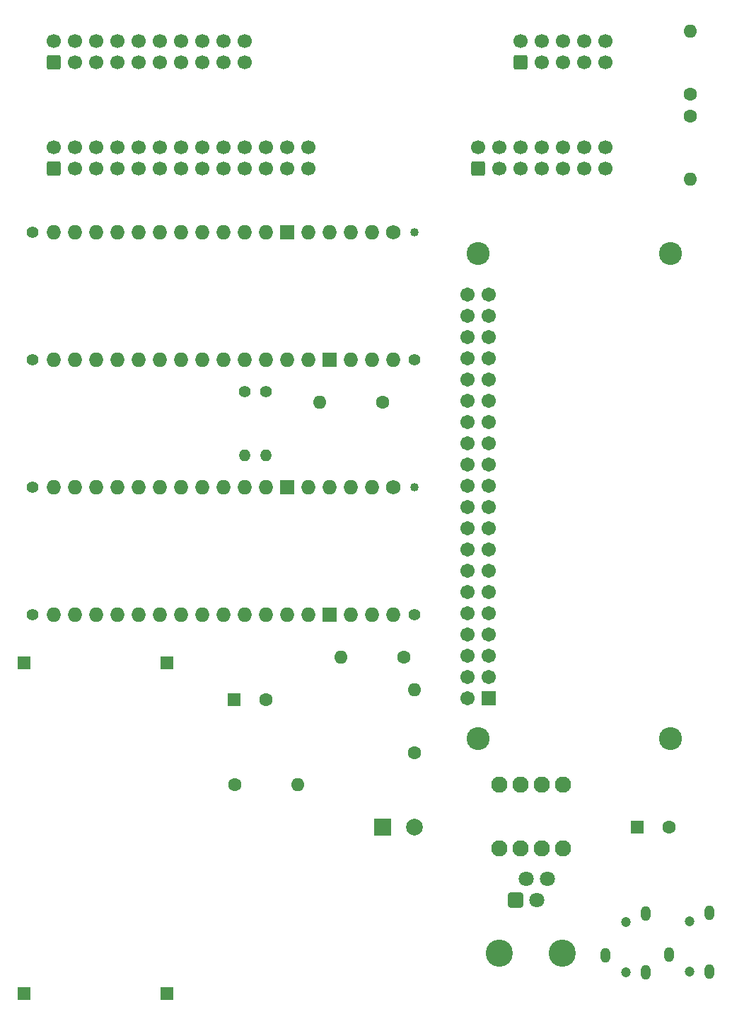
<source format=gbr>
%TF.GenerationSoftware,KiCad,Pcbnew,7.0.9*%
%TF.CreationDate,2024-01-29T19:46:49-08:00*%
%TF.ProjectId,phonev4,70686f6e-6576-4342-9e6b-696361645f70,rev?*%
%TF.SameCoordinates,Original*%
%TF.FileFunction,Soldermask,Bot*%
%TF.FilePolarity,Negative*%
%FSLAX46Y46*%
G04 Gerber Fmt 4.6, Leading zero omitted, Abs format (unit mm)*
G04 Created by KiCad (PCBNEW 7.0.9) date 2024-01-29 19:46:49*
%MOMM*%
%LPD*%
G01*
G04 APERTURE LIST*
G04 Aperture macros list*
%AMRoundRect*
0 Rectangle with rounded corners*
0 $1 Rounding radius*
0 $2 $3 $4 $5 $6 $7 $8 $9 X,Y pos of 4 corners*
0 Add a 4 corners polygon primitive as box body*
4,1,4,$2,$3,$4,$5,$6,$7,$8,$9,$2,$3,0*
0 Add four circle primitives for the rounded corners*
1,1,$1+$1,$2,$3*
1,1,$1+$1,$4,$5*
1,1,$1+$1,$6,$7*
1,1,$1+$1,$8,$9*
0 Add four rect primitives between the rounded corners*
20,1,$1+$1,$2,$3,$4,$5,0*
20,1,$1+$1,$4,$5,$6,$7,0*
20,1,$1+$1,$6,$7,$8,$9,0*
20,1,$1+$1,$8,$9,$2,$3,0*%
G04 Aperture macros list end*
%ADD10C,1.931200*%
%ADD11RoundRect,0.250000X0.600000X-0.600000X0.600000X0.600000X-0.600000X0.600000X-0.600000X-0.600000X0*%
%ADD12C,1.700000*%
%ADD13C,1.600000*%
%ADD14O,1.600000X1.600000*%
%ADD15R,1.600000X1.600000*%
%ADD16C,1.200000*%
%ADD17O,1.200000X1.800000*%
%ADD18C,2.750000*%
%ADD19RoundRect,0.102000X0.754000X-0.754000X0.754000X0.754000X-0.754000X0.754000X-0.754000X-0.754000X0*%
%ADD20C,1.712000*%
%ADD21R,2.000000X2.000000*%
%ADD22C,2.000000*%
%ADD23C,1.400000*%
%ADD24O,1.727200X1.727200*%
%ADD25C,1.016000*%
%ADD26R,1.727200X1.727200*%
%ADD27C,1.727200*%
%ADD28O,1.400000X1.400000*%
%ADD29C,3.250000*%
%ADD30RoundRect,0.250000X-0.650000X-0.650000X0.650000X-0.650000X0.650000X0.650000X-0.650000X0.650000X0*%
%ADD31C,1.800000*%
%ADD32R,1.524000X1.524000*%
G04 APERTURE END LIST*
D10*
%TO.C,U2*%
X172720000Y-96520000D03*
X175260000Y-96520000D03*
X177800000Y-96520000D03*
X180340000Y-96520000D03*
X180340000Y-88900000D03*
X177800000Y-88900000D03*
X175260000Y-88900000D03*
X172720000Y-88900000D03*
%TD*%
D11*
%TO.C,J3*%
X119380000Y-15240000D03*
D12*
X119380000Y-12700000D03*
X121920000Y-15240000D03*
X121920000Y-12700000D03*
X124460000Y-15240000D03*
X124460000Y-12700000D03*
X127000000Y-15240000D03*
X127000000Y-12700000D03*
X129540000Y-15240000D03*
X129540000Y-12700000D03*
X132080000Y-15240000D03*
X132080000Y-12700000D03*
X134620000Y-15240000D03*
X134620000Y-12700000D03*
X137160000Y-15240000D03*
X137160000Y-12700000D03*
X139700000Y-15240000D03*
X139700000Y-12700000D03*
X142240000Y-15240000D03*
X142240000Y-12700000D03*
X144780000Y-15240000D03*
X144780000Y-12700000D03*
X147320000Y-15240000D03*
X147320000Y-12700000D03*
X149860000Y-15240000D03*
X149860000Y-12700000D03*
%TD*%
D11*
%TO.C,J1*%
X175260000Y-2540000D03*
D12*
X175260000Y0D03*
X177800000Y-2540000D03*
X177800000Y0D03*
X180340000Y-2540000D03*
X180340000Y0D03*
X182880000Y-2540000D03*
X182880000Y0D03*
X185420000Y-2540000D03*
X185420000Y0D03*
%TD*%
D13*
%TO.C,C-raspi1*%
X162560000Y-85030000D03*
D14*
X162560000Y-77530000D03*
%TD*%
D13*
%TO.C,C-card1*%
X195580000Y-8950000D03*
D14*
X195580000Y-16450000D03*
%TD*%
D15*
%TO.C,C1*%
X189240000Y-93980000D03*
D13*
X193040000Y-93980000D03*
%TD*%
%TO.C,C-arduino1*%
X158690000Y-43180000D03*
D14*
X151190000Y-43180000D03*
%TD*%
D11*
%TO.C,J2*%
X119380000Y-2540000D03*
D12*
X119380000Y0D03*
X121920000Y-2540000D03*
X121920000Y0D03*
X124460000Y-2540000D03*
X124460000Y0D03*
X127000000Y-2540000D03*
X127000000Y0D03*
X129540000Y-2540000D03*
X129540000Y0D03*
X132080000Y-2540000D03*
X132080000Y0D03*
X134620000Y-2540000D03*
X134620000Y0D03*
X137160000Y-2540000D03*
X137160000Y0D03*
X139700000Y-2540000D03*
X139700000Y0D03*
X142240000Y-2540000D03*
X142240000Y0D03*
%TD*%
D13*
%TO.C,C-coin1*%
X195580000Y-6290000D03*
D14*
X195580000Y1210000D03*
%TD*%
D16*
%TO.C,J5*%
X195440000Y-111220000D03*
X195440000Y-105220000D03*
D17*
X193040000Y-109220000D03*
X197840000Y-111220000D03*
X197840000Y-104220000D03*
%TD*%
D18*
%TO.C,A3*%
X170180000Y-83400000D03*
X193180000Y-83400000D03*
X170180000Y-25400000D03*
X193180000Y-25400000D03*
D19*
X171450000Y-78530000D03*
D20*
X168910000Y-78530000D03*
X171450000Y-75990000D03*
X168910000Y-75990000D03*
X171450000Y-73450000D03*
X168910000Y-73450000D03*
X171450000Y-70910000D03*
X168910000Y-70910000D03*
X171450000Y-68370000D03*
X168910000Y-68370000D03*
X171450000Y-65830000D03*
X168910000Y-65830000D03*
X171450000Y-63290000D03*
X168910000Y-63290000D03*
X171450000Y-60750000D03*
X168910000Y-60750000D03*
X171450000Y-58210000D03*
X168910000Y-58210000D03*
X171450000Y-55670000D03*
X168910000Y-55670000D03*
X171450000Y-53130000D03*
X168910000Y-53130000D03*
X171450000Y-50590000D03*
X168910000Y-50590000D03*
X171450000Y-48050000D03*
X168910000Y-48050000D03*
X171450000Y-45510000D03*
X168910000Y-45510000D03*
X171450000Y-42970000D03*
X168910000Y-42970000D03*
X171450000Y-40430000D03*
X168910000Y-40430000D03*
X171450000Y-37890000D03*
X168910000Y-37890000D03*
X171450000Y-35350000D03*
X168910000Y-35350000D03*
X171450000Y-32810000D03*
X168910000Y-32810000D03*
X171450000Y-30270000D03*
X168910000Y-30270000D03*
%TD*%
D21*
%TO.C,C3*%
X158760000Y-93980000D03*
D22*
X162560000Y-93980000D03*
%TD*%
D23*
%TO.C,A1*%
X116840000Y-53340000D03*
X116840000Y-68580000D03*
D24*
X142240000Y-68580000D03*
X144780000Y-68580000D03*
D25*
X162560000Y-53340000D03*
D23*
X162560000Y-68580000D03*
D24*
X121920000Y-68580000D03*
X147320000Y-68580000D03*
X127000000Y-68580000D03*
X129540000Y-68580000D03*
X132080000Y-68580000D03*
X134620000Y-68580000D03*
X137160000Y-68580000D03*
X139700000Y-68580000D03*
X124460000Y-68580000D03*
X152400000Y-53340000D03*
X154940000Y-53340000D03*
X144780000Y-53340000D03*
X142240000Y-53340000D03*
X139700000Y-53340000D03*
X137160000Y-53340000D03*
X134620000Y-53340000D03*
X132080000Y-53340000D03*
X129540000Y-53340000D03*
X127000000Y-53340000D03*
X124460000Y-53340000D03*
X121920000Y-53340000D03*
X119380000Y-53340000D03*
X119380000Y-68580000D03*
D26*
X152400000Y-68580000D03*
X147320000Y-53340000D03*
D24*
X157480000Y-68580000D03*
D27*
X160020000Y-53340000D03*
D24*
X149860000Y-68580000D03*
X149860000Y-53340000D03*
X160020000Y-68580000D03*
X157480000Y-53340000D03*
X154940000Y-68580000D03*
%TD*%
D11*
%TO.C,J6*%
X170180000Y-15240000D03*
D12*
X170180000Y-12700000D03*
X172720000Y-15240000D03*
X172720000Y-12700000D03*
X175260000Y-15240000D03*
X175260000Y-12700000D03*
X177800000Y-15240000D03*
X177800000Y-12700000D03*
X180340000Y-15240000D03*
X180340000Y-12700000D03*
X182880000Y-15240000D03*
X182880000Y-12700000D03*
X185420000Y-15240000D03*
X185420000Y-12700000D03*
%TD*%
D23*
%TO.C,A2*%
X116840000Y-22860000D03*
X116840000Y-38100000D03*
D24*
X142240000Y-38100000D03*
X144780000Y-38100000D03*
D25*
X162560000Y-22860000D03*
D23*
X162560000Y-38100000D03*
D24*
X121920000Y-38100000D03*
X147320000Y-38100000D03*
X127000000Y-38100000D03*
X129540000Y-38100000D03*
X132080000Y-38100000D03*
X134620000Y-38100000D03*
X137160000Y-38100000D03*
X139700000Y-38100000D03*
X124460000Y-38100000D03*
X152400000Y-22860000D03*
X154940000Y-22860000D03*
X144780000Y-22860000D03*
X142240000Y-22860000D03*
X139700000Y-22860000D03*
X137160000Y-22860000D03*
X134620000Y-22860000D03*
X132080000Y-22860000D03*
X129540000Y-22860000D03*
X127000000Y-22860000D03*
X124460000Y-22860000D03*
X121920000Y-22860000D03*
X119380000Y-22860000D03*
X119380000Y-38100000D03*
D26*
X152400000Y-38100000D03*
X147320000Y-22860000D03*
D24*
X157480000Y-38100000D03*
D27*
X160020000Y-22860000D03*
D24*
X149860000Y-38100000D03*
X149860000Y-22860000D03*
X160020000Y-38100000D03*
X157480000Y-22860000D03*
X154940000Y-38100000D03*
%TD*%
D23*
%TO.C,R1*%
X144780000Y-41910000D03*
D28*
X144780000Y-49530000D03*
%TD*%
D13*
%TO.C,C4*%
X141030000Y-88900000D03*
D14*
X148530000Y-88900000D03*
%TD*%
D29*
%TO.C,J4*%
X172700000Y-109030000D03*
X180200000Y-109030000D03*
D30*
X174610000Y-102680000D03*
D31*
X175880000Y-100140000D03*
X177150000Y-102680000D03*
X178420000Y-100140000D03*
%TD*%
D23*
%TO.C,R2*%
X142240000Y-41910000D03*
D28*
X142240000Y-49530000D03*
%TD*%
D16*
%TO.C,J7*%
X187820000Y-111260000D03*
X187820000Y-105260000D03*
D17*
X185420000Y-109260000D03*
X190220000Y-111260000D03*
X190220000Y-104260000D03*
%TD*%
D13*
%TO.C,C-arduino-display1*%
X161230000Y-73660000D03*
D14*
X153730000Y-73660000D03*
%TD*%
D32*
%TO.C,U1*%
X115761900Y-113803300D03*
X132932300Y-113803300D03*
X132932300Y-74331700D03*
X115787300Y-74331700D03*
%TD*%
D15*
%TO.C,C2*%
X140980000Y-78740000D03*
D13*
X144780000Y-78740000D03*
%TD*%
M02*

</source>
